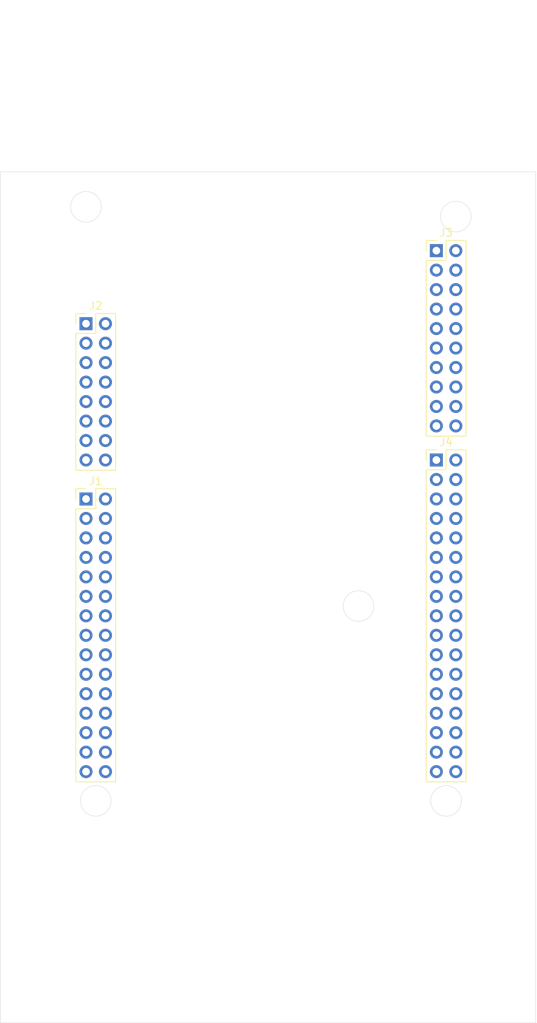
<source format=kicad_pcb>
(kicad_pcb (version 20240108) (generator "pcbnew") (generator_version "8.0")
  (title_block (title "STM32 Nucleo-144 Shield Template") (date "2026-02-28") (rev "v1.0_template"))
  (layers (0 "F.Cu" signal) (31 "B.Cu" signal) (34 "B.Paste" user) (35 "F.Paste" user) (36 "B.SilkS" user "B.Silkscreen") (37 "F.SilkS" user "F.Silkscreen") (38 "B.Mask" user) (39 "F.Mask" user) (44 "Edge.Cuts" user))
  (net 0 "")
  (net 1 "PE3")
  (net 2 "PC3")
  (net 3 "PF8")
  (net 5 "PF2")
  (net 6 "PD3")
  (net 7 "GND")
  (net 8 "PF5")
  (net 9 "PD4")
  (net 10 "PE6")
  (net 11 "PG1")
  (net 12 "PF3")
  (net 13 "PF9")
  (net 14 "PD7")
  (net 15 "PD5")
  (net 16 "PE4")
  (net 17 "PC0")
  (net 18 "PF1")
  (net 19 "PA3")
  (net 20 "PE5")
  (net 21 "PF0")
  (net 22 "PG0")
  (net 23 "PF10")
  (net 24 "PD0")
  (net 25 "PD6")
  (net 26 "PE2")
  (net 27 "PA7")
  (net 28 "PF7")
  (net 29 "PD1")
  (net 30 "PC10")
  (net 31 "RESET")
  (net 32 "PC9")
  (net 33 "PC8")
  (net 34 "IOREF")
  (net 35 "PC12")
  (net 36 "VIN")
  (net 37 "PD2")
  (net 38 "+3V3")
  (net 39 "PG2")
  (net 41 "PC11")
  (net 42 "+5V")
  (net 43 "PG3")
  (net 44 "PD14")
  (net 45 "PB4")
  (net 46 "AVDD")
  (net 47 "PA5")
  (net 48 "PF12")
  (net 49 "PB5")
  (net 50 "PB13")
  (net 51 "PA15")
  (net 52 "PC7")
  (net 53 "PB15")
  (net 54 "PB3")
  (net 55 "PC6")
  (net 56 "PB8")
  (net 57 "PB12")
  (net 58 "PD15")
  (net 59 "PB9")
  (net 60 "PA4")
  (net 61 "PA6")
  (net 62 "PB2")
  (net 63 "PB6")
  (net 64 "PF4")
  (net 65 "PD13")
  (net 66 "PD11")
  (net 67 "PA0")
  (net 68 "AGND")
  (net 69 "PF15")
  (net 70 "PC2")
  (net 71 "PG14")
  (net 72 "PB11")
  (net 73 "PB10")
  (net 74 "PE14")
  (net 75 "PG9")
  (net 76 "PD12")
  (net 77 "PB1")
  (net 78 "PF14")
  (net 79 "PB0")
  (net 80 "PE15")
  (net 81 "PF13")
  (net 82 "PE9")
  (net 83 "PE10")
  (net 84 "PE8")
  (net 85 "PE11")
  (net 86 "PE0")
  (net 87 "PE12")
  (net 88 "PE13")
  (net 89 "PE7")
  (footprint "Connector_PinHeader_2.54mm:PinHeader_2x08_P2.54mm_Vertical" (layer "F.Cu") (at 88.9 81.28)
    (property "Reference" "J2")
    (property "Value" "ST_Zio_Connector_CN8")
  )
  (footprint "Connector_PinHeader_2.54mm:PinHeader_2x15_P2.54mm_Vertical" (layer "F.Cu") (at 88.9 104.14)
    (property "Reference" "J1")
    (property "Value" "ST_Zio_Connector_CN9")
  )
  (footprint "Connector_PinHeader_2.54mm:PinHeader_2x10_P2.54mm_Vertical" (layer "F.Cu") (at 134.62 71.755)
    (property "Reference" "J3")
    (property "Value" "ST_Zio_Connector_CN7")
  )
  (footprint "Connector_PinHeader_2.54mm:PinHeader_2x17_P2.54mm_Vertical" (layer "F.Cu") (at 134.62 99.06)
    (property "Reference" "J4")
    (property "Value" "ST_Zio_Connector_CN10")
  )
  (gr_circle (center 90.17 143.51) (end 92.17 143.51) (stroke (width 0.05)) (fill none) (layer "Edge.Cuts"))
  (gr_rect (start 77.724 61.468) (end 147.574 172.466) (stroke (width 0.05)) (fill none) (layer "Edge.Cuts"))
  (gr_circle (center 137.16 67.31) (end 139.16 67.31) (stroke (width 0.05)) (fill none) (layer "Edge.Cuts"))
  (gr_circle (center 124.46 118.11) (end 126.46 118.11) (stroke (width 0.05)) (fill none) (layer "Edge.Cuts"))
  (gr_circle (center 88.9 66.04) (end 90.9 66.04) (stroke (width 0.05)) (fill none) (layer "Edge.Cuts"))
  (gr_circle (center 135.89 143.51) (end 137.89 143.51) (stroke (width 0.05)) (fill none) (layer "Edge.Cuts"))
)
</source>
